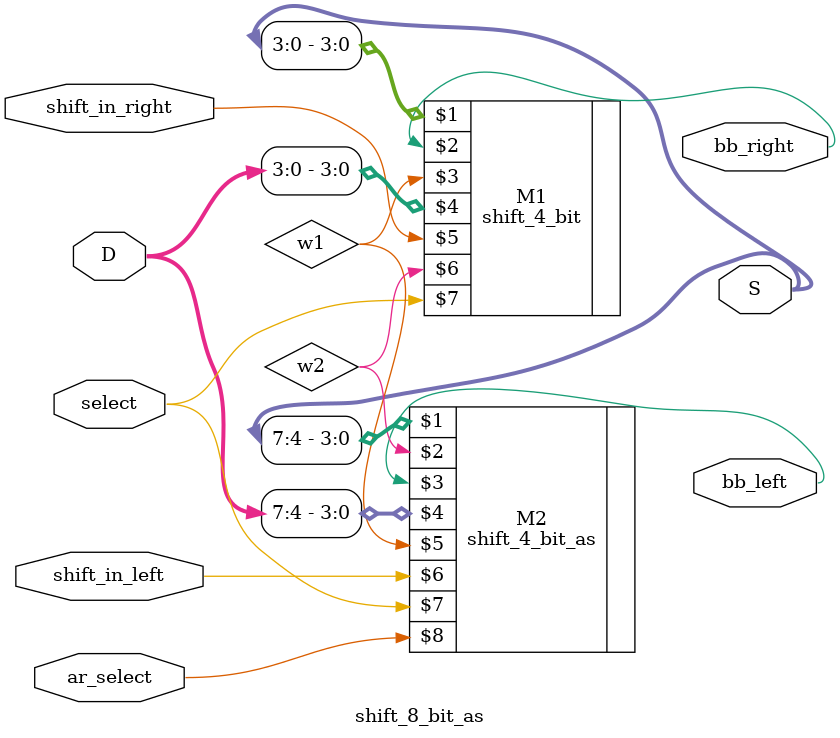
<source format=v>

module shift_8_bit_as(
    output [7:0]        S,
    output              bb_right, bb_left,

    input [7:0]         D,
    input               shift_in_right, shift_in_left,
    input               select, // if 0, shift left, if 1, shift right
    input               ar_select
);

wire w1, w2;

shift_4_bit M1(S[3:0], bb_right, w1, D[3:0], shift_in_right, w2, select);
shift_4_bit_as M2(S[7:4], w2, bb_left, D[7:4], w1, shift_in_left, select, ar_select);

endmodule
</source>
